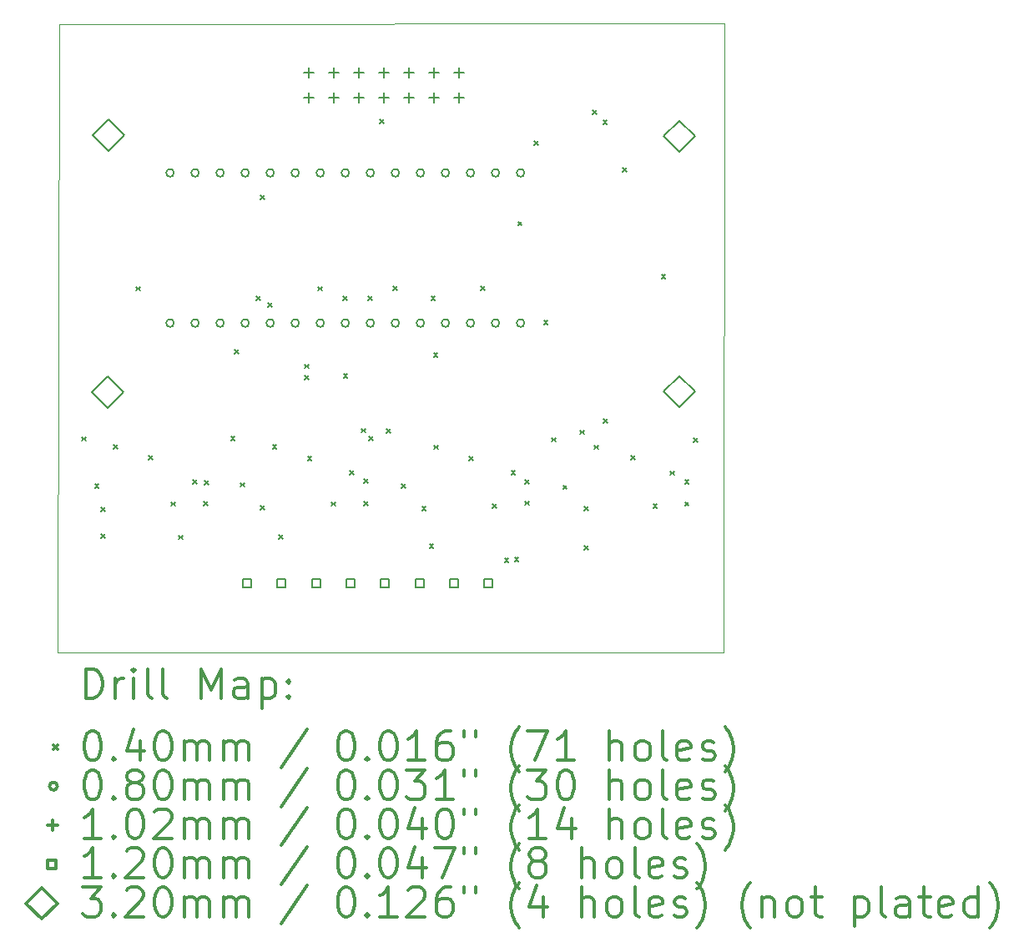
<source format=gbr>
%FSLAX45Y45*%
G04 Gerber Fmt 4.5, Leading zero omitted, Abs format (unit mm)*
G04 Created by KiCad (PCBNEW 5.99.0-unknown-c3175b4~86~ubuntu16.04.1) date 2019-12-02 17:51:51*
%MOMM*%
%LPD*%
G04 APERTURE LIST*
%ADD10C,0.050000*%
%ADD11C,0.200000*%
%ADD12C,0.300000*%
G04 APERTURE END LIST*
D10*
X11863000Y-12459000D02*
X11877000Y-6082000D01*
X18618000Y-12459000D02*
X11863000Y-12459000D01*
X18625000Y-6075000D02*
X18618000Y-12459000D01*
X11877000Y-6082000D02*
X18625000Y-6075000D01*
D11*
X12109000Y-10273000D02*
X12149000Y-10313000D01*
X12149000Y-10273000D02*
X12109000Y-10313000D01*
X12240000Y-10753000D02*
X12280000Y-10793000D01*
X12280000Y-10753000D02*
X12240000Y-10793000D01*
X12304000Y-11258000D02*
X12344000Y-11298000D01*
X12344000Y-11258000D02*
X12304000Y-11298000D01*
X12305000Y-10988000D02*
X12345000Y-11028000D01*
X12345000Y-10988000D02*
X12305000Y-11028000D01*
X12432000Y-10357000D02*
X12472000Y-10397000D01*
X12472000Y-10357000D02*
X12432000Y-10397000D01*
X12660000Y-8749000D02*
X12700000Y-8789000D01*
X12700000Y-8749000D02*
X12660000Y-8789000D01*
X12787000Y-10467000D02*
X12827000Y-10507000D01*
X12827000Y-10467000D02*
X12787000Y-10507000D01*
X13015000Y-10933000D02*
X13055000Y-10973000D01*
X13055000Y-10933000D02*
X13015000Y-10973000D01*
X13093000Y-11273000D02*
X13133000Y-11313000D01*
X13133000Y-11273000D02*
X13093000Y-11313000D01*
X13233000Y-10711000D02*
X13273000Y-10751000D01*
X13273000Y-10711000D02*
X13233000Y-10751000D01*
X13345000Y-10931000D02*
X13385000Y-10971000D01*
X13385000Y-10931000D02*
X13345000Y-10971000D01*
X13356000Y-10721000D02*
X13396000Y-10761000D01*
X13396000Y-10721000D02*
X13356000Y-10761000D01*
X13621000Y-10271000D02*
X13661000Y-10311000D01*
X13661000Y-10271000D02*
X13621000Y-10311000D01*
X13661000Y-9388000D02*
X13701000Y-9428000D01*
X13701000Y-9388000D02*
X13661000Y-9428000D01*
X13719000Y-10739000D02*
X13759000Y-10779000D01*
X13759000Y-10739000D02*
X13719000Y-10779000D01*
X13881000Y-8849000D02*
X13921000Y-8889000D01*
X13921000Y-8849000D02*
X13881000Y-8889000D01*
X13918000Y-10975000D02*
X13958000Y-11015000D01*
X13958000Y-10975000D02*
X13918000Y-11015000D01*
X13922500Y-7822500D02*
X13962500Y-7862500D01*
X13962500Y-7822500D02*
X13922500Y-7862500D01*
X13999000Y-8912000D02*
X14039000Y-8952000D01*
X14039000Y-8912000D02*
X13999000Y-8952000D01*
X14043000Y-10357000D02*
X14083000Y-10397000D01*
X14083000Y-10357000D02*
X14043000Y-10397000D01*
X14110000Y-11267000D02*
X14150000Y-11307000D01*
X14150000Y-11267000D02*
X14110000Y-11307000D01*
X14367000Y-9537000D02*
X14407000Y-9577000D01*
X14407000Y-9537000D02*
X14367000Y-9577000D01*
X14369000Y-9649000D02*
X14409000Y-9689000D01*
X14409000Y-9649000D02*
X14369000Y-9689000D01*
X14399000Y-10472000D02*
X14439000Y-10512000D01*
X14439000Y-10472000D02*
X14399000Y-10512000D01*
X14507000Y-8749000D02*
X14547000Y-8789000D01*
X14547000Y-8749000D02*
X14507000Y-8789000D01*
X14638000Y-10933000D02*
X14678000Y-10973000D01*
X14678000Y-10933000D02*
X14638000Y-10973000D01*
X14761000Y-8849000D02*
X14801000Y-8889000D01*
X14801000Y-8849000D02*
X14761000Y-8889000D01*
X14762800Y-9632000D02*
X14802800Y-9672000D01*
X14802800Y-9632000D02*
X14762800Y-9672000D01*
X14825000Y-10617000D02*
X14865000Y-10657000D01*
X14865000Y-10617000D02*
X14825000Y-10657000D01*
X14943000Y-10189000D02*
X14983000Y-10229000D01*
X14983000Y-10189000D02*
X14943000Y-10229000D01*
X14968000Y-10704000D02*
X15008000Y-10744000D01*
X15008000Y-10704000D02*
X14968000Y-10744000D01*
X14970000Y-10927000D02*
X15010000Y-10967000D01*
X15010000Y-10927000D02*
X14970000Y-10967000D01*
X15015000Y-8847000D02*
X15055000Y-8887000D01*
X15055000Y-8847000D02*
X15015000Y-8887000D01*
X15019000Y-10268000D02*
X15059000Y-10308000D01*
X15059000Y-10268000D02*
X15019000Y-10308000D01*
X15132000Y-7054000D02*
X15172000Y-7094000D01*
X15172000Y-7054000D02*
X15132000Y-7094000D01*
X15201000Y-10192000D02*
X15241000Y-10232000D01*
X15241000Y-10192000D02*
X15201000Y-10232000D01*
X15269000Y-8747000D02*
X15309000Y-8787000D01*
X15309000Y-8747000D02*
X15269000Y-8787000D01*
X15354000Y-10753000D02*
X15394000Y-10793000D01*
X15394000Y-10753000D02*
X15354000Y-10793000D01*
X15559000Y-10982000D02*
X15599000Y-11022000D01*
X15599000Y-10982000D02*
X15559000Y-11022000D01*
X15636000Y-11361000D02*
X15676000Y-11401000D01*
X15676000Y-11361000D02*
X15636000Y-11401000D01*
X15652000Y-8848000D02*
X15692000Y-8888000D01*
X15692000Y-8848000D02*
X15652000Y-8888000D01*
X15677000Y-9420000D02*
X15717000Y-9460000D01*
X15717000Y-9420000D02*
X15677000Y-9460000D01*
X15684000Y-10358000D02*
X15724000Y-10398000D01*
X15724000Y-10358000D02*
X15684000Y-10398000D01*
X16039000Y-10473000D02*
X16079000Y-10513000D01*
X16079000Y-10473000D02*
X16039000Y-10513000D01*
X16158000Y-8747000D02*
X16198000Y-8787000D01*
X16198000Y-8747000D02*
X16158000Y-8787000D01*
X16274000Y-10954000D02*
X16314000Y-10994000D01*
X16314000Y-10954000D02*
X16274000Y-10994000D01*
X16398000Y-11506000D02*
X16438000Y-11546000D01*
X16438000Y-11506000D02*
X16398000Y-11546000D01*
X16464000Y-10616000D02*
X16504000Y-10656000D01*
X16504000Y-10616000D02*
X16464000Y-10656000D01*
X16498000Y-11500000D02*
X16538000Y-11540000D01*
X16538000Y-11500000D02*
X16498000Y-11540000D01*
X16532500Y-8090000D02*
X16572500Y-8130000D01*
X16572500Y-8090000D02*
X16532500Y-8130000D01*
X16603000Y-10926000D02*
X16643000Y-10966000D01*
X16643000Y-10926000D02*
X16603000Y-10966000D01*
X16605000Y-10708000D02*
X16645000Y-10748000D01*
X16645000Y-10708000D02*
X16605000Y-10748000D01*
X16695000Y-7270000D02*
X16735000Y-7310000D01*
X16735000Y-7270000D02*
X16695000Y-7310000D01*
X16796000Y-9092000D02*
X16836000Y-9132000D01*
X16836000Y-9092000D02*
X16796000Y-9132000D01*
X16878000Y-10282000D02*
X16918000Y-10322000D01*
X16918000Y-10282000D02*
X16878000Y-10322000D01*
X16990000Y-10764000D02*
X17030000Y-10804000D01*
X17030000Y-10764000D02*
X16990000Y-10804000D01*
X17161000Y-10205000D02*
X17201000Y-10245000D01*
X17201000Y-10205000D02*
X17161000Y-10245000D01*
X17205000Y-10981000D02*
X17245000Y-11021000D01*
X17245000Y-10981000D02*
X17205000Y-11021000D01*
X17208000Y-11379000D02*
X17248000Y-11419000D01*
X17248000Y-11379000D02*
X17208000Y-11419000D01*
X17293000Y-6959000D02*
X17333000Y-6999000D01*
X17333000Y-6959000D02*
X17293000Y-6999000D01*
X17310000Y-10358000D02*
X17350000Y-10398000D01*
X17350000Y-10358000D02*
X17310000Y-10398000D01*
X17396000Y-7060000D02*
X17436000Y-7100000D01*
X17436000Y-7060000D02*
X17396000Y-7100000D01*
X17402000Y-10089000D02*
X17442000Y-10129000D01*
X17442000Y-10089000D02*
X17402000Y-10129000D01*
X17592500Y-7540500D02*
X17632500Y-7580500D01*
X17632500Y-7540500D02*
X17592500Y-7580500D01*
X17677000Y-10462000D02*
X17717000Y-10502000D01*
X17717000Y-10462000D02*
X17677000Y-10502000D01*
X17904000Y-10954000D02*
X17944000Y-10994000D01*
X17944000Y-10954000D02*
X17904000Y-10994000D01*
X17990000Y-8624000D02*
X18030000Y-8664000D01*
X18030000Y-8624000D02*
X17990000Y-8664000D01*
X18077000Y-10620000D02*
X18117000Y-10660000D01*
X18117000Y-10620000D02*
X18077000Y-10660000D01*
X18225000Y-10712000D02*
X18265000Y-10752000D01*
X18265000Y-10712000D02*
X18225000Y-10752000D01*
X18226000Y-10935000D02*
X18266000Y-10975000D01*
X18266000Y-10935000D02*
X18226000Y-10975000D01*
X18315000Y-10286000D02*
X18355000Y-10326000D01*
X18355000Y-10286000D02*
X18315000Y-10326000D01*
X13043000Y-7594000D02*
G75*
G03X13043000Y-7594000I-40000J0D01*
G01*
X13043000Y-9118000D02*
G75*
G03X13043000Y-9118000I-40000J0D01*
G01*
X13297000Y-7594000D02*
G75*
G03X13297000Y-7594000I-40000J0D01*
G01*
X13297000Y-9118000D02*
G75*
G03X13297000Y-9118000I-40000J0D01*
G01*
X13551000Y-7594000D02*
G75*
G03X13551000Y-7594000I-40000J0D01*
G01*
X13551000Y-9118000D02*
G75*
G03X13551000Y-9118000I-40000J0D01*
G01*
X13805000Y-7594000D02*
G75*
G03X13805000Y-7594000I-40000J0D01*
G01*
X13805000Y-9118000D02*
G75*
G03X13805000Y-9118000I-40000J0D01*
G01*
X14059000Y-7594000D02*
G75*
G03X14059000Y-7594000I-40000J0D01*
G01*
X14059000Y-9118000D02*
G75*
G03X14059000Y-9118000I-40000J0D01*
G01*
X14313000Y-7594000D02*
G75*
G03X14313000Y-7594000I-40000J0D01*
G01*
X14313000Y-9118000D02*
G75*
G03X14313000Y-9118000I-40000J0D01*
G01*
X14567000Y-7594000D02*
G75*
G03X14567000Y-7594000I-40000J0D01*
G01*
X14567000Y-9118000D02*
G75*
G03X14567000Y-9118000I-40000J0D01*
G01*
X14821000Y-7594000D02*
G75*
G03X14821000Y-7594000I-40000J0D01*
G01*
X14821000Y-9118000D02*
G75*
G03X14821000Y-9118000I-40000J0D01*
G01*
X15075000Y-7594000D02*
G75*
G03X15075000Y-7594000I-40000J0D01*
G01*
X15075000Y-9118000D02*
G75*
G03X15075000Y-9118000I-40000J0D01*
G01*
X15329000Y-7594000D02*
G75*
G03X15329000Y-7594000I-40000J0D01*
G01*
X15329000Y-9118000D02*
G75*
G03X15329000Y-9118000I-40000J0D01*
G01*
X15583000Y-7594000D02*
G75*
G03X15583000Y-7594000I-40000J0D01*
G01*
X15583000Y-9118000D02*
G75*
G03X15583000Y-9118000I-40000J0D01*
G01*
X15837000Y-7594000D02*
G75*
G03X15837000Y-7594000I-40000J0D01*
G01*
X15837000Y-9118000D02*
G75*
G03X15837000Y-9118000I-40000J0D01*
G01*
X16091000Y-7594000D02*
G75*
G03X16091000Y-7594000I-40000J0D01*
G01*
X16091000Y-9118000D02*
G75*
G03X16091000Y-9118000I-40000J0D01*
G01*
X16345000Y-7594000D02*
G75*
G03X16345000Y-7594000I-40000J0D01*
G01*
X16345000Y-9118000D02*
G75*
G03X16345000Y-9118000I-40000J0D01*
G01*
X16599000Y-7594000D02*
G75*
G03X16599000Y-7594000I-40000J0D01*
G01*
X16599000Y-9118000D02*
G75*
G03X16599000Y-9118000I-40000J0D01*
G01*
X14408000Y-6526200D02*
X14408000Y-6627800D01*
X14357200Y-6577000D02*
X14458800Y-6577000D01*
X14408000Y-6780200D02*
X14408000Y-6881800D01*
X14357200Y-6831000D02*
X14458800Y-6831000D01*
X14662000Y-6526200D02*
X14662000Y-6627800D01*
X14611200Y-6577000D02*
X14712800Y-6577000D01*
X14662000Y-6780200D02*
X14662000Y-6881800D01*
X14611200Y-6831000D02*
X14712800Y-6831000D01*
X14916000Y-6526200D02*
X14916000Y-6627800D01*
X14865200Y-6577000D02*
X14966800Y-6577000D01*
X14916000Y-6780200D02*
X14916000Y-6881800D01*
X14865200Y-6831000D02*
X14966800Y-6831000D01*
X15170000Y-6526200D02*
X15170000Y-6627800D01*
X15119200Y-6577000D02*
X15220800Y-6577000D01*
X15170000Y-6780200D02*
X15170000Y-6881800D01*
X15119200Y-6831000D02*
X15220800Y-6831000D01*
X15424000Y-6526200D02*
X15424000Y-6627800D01*
X15373200Y-6577000D02*
X15474800Y-6577000D01*
X15424000Y-6780200D02*
X15424000Y-6881800D01*
X15373200Y-6831000D02*
X15474800Y-6831000D01*
X15678000Y-6526200D02*
X15678000Y-6627800D01*
X15627200Y-6577000D02*
X15728800Y-6577000D01*
X15678000Y-6780200D02*
X15678000Y-6881800D01*
X15627200Y-6831000D02*
X15728800Y-6831000D01*
X15932000Y-6526200D02*
X15932000Y-6627800D01*
X15881200Y-6577000D02*
X15982800Y-6577000D01*
X15932000Y-6780200D02*
X15932000Y-6881800D01*
X15881200Y-6831000D02*
X15982800Y-6831000D01*
X13826427Y-11804427D02*
X13826427Y-11719573D01*
X13741573Y-11719573D01*
X13741573Y-11804427D01*
X13826427Y-11804427D01*
X14176427Y-11804427D02*
X14176427Y-11719573D01*
X14091573Y-11719573D01*
X14091573Y-11804427D01*
X14176427Y-11804427D01*
X14526427Y-11804427D02*
X14526427Y-11719573D01*
X14441573Y-11719573D01*
X14441573Y-11804427D01*
X14526427Y-11804427D01*
X14876427Y-11804427D02*
X14876427Y-11719573D01*
X14791573Y-11719573D01*
X14791573Y-11804427D01*
X14876427Y-11804427D01*
X15226427Y-11804427D02*
X15226427Y-11719573D01*
X15141573Y-11719573D01*
X15141573Y-11804427D01*
X15226427Y-11804427D01*
X15576427Y-11804427D02*
X15576427Y-11719573D01*
X15491573Y-11719573D01*
X15491573Y-11804427D01*
X15576427Y-11804427D01*
X15926427Y-11804427D02*
X15926427Y-11719573D01*
X15841573Y-11719573D01*
X15841573Y-11804427D01*
X15926427Y-11804427D01*
X16276427Y-11804427D02*
X16276427Y-11719573D01*
X16191573Y-11719573D01*
X16191573Y-11804427D01*
X16276427Y-11804427D01*
X18167000Y-7384000D02*
X18327000Y-7224000D01*
X18167000Y-7064000D01*
X18007000Y-7224000D01*
X18167000Y-7384000D01*
X12380000Y-7371000D02*
X12540000Y-7211000D01*
X12380000Y-7051000D01*
X12220000Y-7211000D01*
X12380000Y-7371000D01*
X12367000Y-9981000D02*
X12527000Y-9821000D01*
X12367000Y-9661000D01*
X12207000Y-9821000D01*
X12367000Y-9981000D01*
X18167000Y-9975000D02*
X18327000Y-9815000D01*
X18167000Y-9655000D01*
X18007000Y-9815000D01*
X18167000Y-9975000D01*
D12*
X12146928Y-12927214D02*
X12146928Y-12627214D01*
X12218357Y-12627214D01*
X12261214Y-12641500D01*
X12289786Y-12670071D01*
X12304071Y-12698643D01*
X12318357Y-12755786D01*
X12318357Y-12798643D01*
X12304071Y-12855786D01*
X12289786Y-12884357D01*
X12261214Y-12912929D01*
X12218357Y-12927214D01*
X12146928Y-12927214D01*
X12446928Y-12927214D02*
X12446928Y-12727214D01*
X12446928Y-12784357D02*
X12461214Y-12755786D01*
X12475500Y-12741500D01*
X12504071Y-12727214D01*
X12532643Y-12727214D01*
X12632643Y-12927214D02*
X12632643Y-12727214D01*
X12632643Y-12627214D02*
X12618357Y-12641500D01*
X12632643Y-12655786D01*
X12646928Y-12641500D01*
X12632643Y-12627214D01*
X12632643Y-12655786D01*
X12818357Y-12927214D02*
X12789786Y-12912929D01*
X12775500Y-12884357D01*
X12775500Y-12627214D01*
X12975500Y-12927214D02*
X12946928Y-12912929D01*
X12932643Y-12884357D01*
X12932643Y-12627214D01*
X13318357Y-12927214D02*
X13318357Y-12627214D01*
X13418357Y-12841500D01*
X13518357Y-12627214D01*
X13518357Y-12927214D01*
X13789786Y-12927214D02*
X13789786Y-12770071D01*
X13775500Y-12741500D01*
X13746928Y-12727214D01*
X13689786Y-12727214D01*
X13661214Y-12741500D01*
X13789786Y-12912929D02*
X13761214Y-12927214D01*
X13689786Y-12927214D01*
X13661214Y-12912929D01*
X13646928Y-12884357D01*
X13646928Y-12855786D01*
X13661214Y-12827214D01*
X13689786Y-12812929D01*
X13761214Y-12812929D01*
X13789786Y-12798643D01*
X13932643Y-12727214D02*
X13932643Y-13027214D01*
X13932643Y-12741500D02*
X13961214Y-12727214D01*
X14018357Y-12727214D01*
X14046928Y-12741500D01*
X14061214Y-12755786D01*
X14075500Y-12784357D01*
X14075500Y-12870071D01*
X14061214Y-12898643D01*
X14046928Y-12912929D01*
X14018357Y-12927214D01*
X13961214Y-12927214D01*
X13932643Y-12912929D01*
X14204071Y-12898643D02*
X14218357Y-12912929D01*
X14204071Y-12927214D01*
X14189786Y-12912929D01*
X14204071Y-12898643D01*
X14204071Y-12927214D01*
X14204071Y-12741500D02*
X14218357Y-12755786D01*
X14204071Y-12770071D01*
X14189786Y-12755786D01*
X14204071Y-12741500D01*
X14204071Y-12770071D01*
X11820500Y-13401500D02*
X11860500Y-13441500D01*
X11860500Y-13401500D02*
X11820500Y-13441500D01*
X12204071Y-13257214D02*
X12232643Y-13257214D01*
X12261214Y-13271500D01*
X12275500Y-13285786D01*
X12289786Y-13314357D01*
X12304071Y-13371500D01*
X12304071Y-13442929D01*
X12289786Y-13500071D01*
X12275500Y-13528643D01*
X12261214Y-13542929D01*
X12232643Y-13557214D01*
X12204071Y-13557214D01*
X12175500Y-13542929D01*
X12161214Y-13528643D01*
X12146928Y-13500071D01*
X12132643Y-13442929D01*
X12132643Y-13371500D01*
X12146928Y-13314357D01*
X12161214Y-13285786D01*
X12175500Y-13271500D01*
X12204071Y-13257214D01*
X12432643Y-13528643D02*
X12446928Y-13542929D01*
X12432643Y-13557214D01*
X12418357Y-13542929D01*
X12432643Y-13528643D01*
X12432643Y-13557214D01*
X12704071Y-13357214D02*
X12704071Y-13557214D01*
X12632643Y-13242929D02*
X12561214Y-13457214D01*
X12746928Y-13457214D01*
X12918357Y-13257214D02*
X12946928Y-13257214D01*
X12975500Y-13271500D01*
X12989786Y-13285786D01*
X13004071Y-13314357D01*
X13018357Y-13371500D01*
X13018357Y-13442929D01*
X13004071Y-13500071D01*
X12989786Y-13528643D01*
X12975500Y-13542929D01*
X12946928Y-13557214D01*
X12918357Y-13557214D01*
X12889786Y-13542929D01*
X12875500Y-13528643D01*
X12861214Y-13500071D01*
X12846928Y-13442929D01*
X12846928Y-13371500D01*
X12861214Y-13314357D01*
X12875500Y-13285786D01*
X12889786Y-13271500D01*
X12918357Y-13257214D01*
X13146928Y-13557214D02*
X13146928Y-13357214D01*
X13146928Y-13385786D02*
X13161214Y-13371500D01*
X13189786Y-13357214D01*
X13232643Y-13357214D01*
X13261214Y-13371500D01*
X13275500Y-13400071D01*
X13275500Y-13557214D01*
X13275500Y-13400071D02*
X13289786Y-13371500D01*
X13318357Y-13357214D01*
X13361214Y-13357214D01*
X13389786Y-13371500D01*
X13404071Y-13400071D01*
X13404071Y-13557214D01*
X13546928Y-13557214D02*
X13546928Y-13357214D01*
X13546928Y-13385786D02*
X13561214Y-13371500D01*
X13589786Y-13357214D01*
X13632643Y-13357214D01*
X13661214Y-13371500D01*
X13675500Y-13400071D01*
X13675500Y-13557214D01*
X13675500Y-13400071D02*
X13689786Y-13371500D01*
X13718357Y-13357214D01*
X13761214Y-13357214D01*
X13789786Y-13371500D01*
X13804071Y-13400071D01*
X13804071Y-13557214D01*
X14389786Y-13242929D02*
X14132643Y-13628643D01*
X14775500Y-13257214D02*
X14804071Y-13257214D01*
X14832643Y-13271500D01*
X14846928Y-13285786D01*
X14861214Y-13314357D01*
X14875500Y-13371500D01*
X14875500Y-13442929D01*
X14861214Y-13500071D01*
X14846928Y-13528643D01*
X14832643Y-13542929D01*
X14804071Y-13557214D01*
X14775500Y-13557214D01*
X14746928Y-13542929D01*
X14732643Y-13528643D01*
X14718357Y-13500071D01*
X14704071Y-13442929D01*
X14704071Y-13371500D01*
X14718357Y-13314357D01*
X14732643Y-13285786D01*
X14746928Y-13271500D01*
X14775500Y-13257214D01*
X15004071Y-13528643D02*
X15018357Y-13542929D01*
X15004071Y-13557214D01*
X14989786Y-13542929D01*
X15004071Y-13528643D01*
X15004071Y-13557214D01*
X15204071Y-13257214D02*
X15232643Y-13257214D01*
X15261214Y-13271500D01*
X15275500Y-13285786D01*
X15289786Y-13314357D01*
X15304071Y-13371500D01*
X15304071Y-13442929D01*
X15289786Y-13500071D01*
X15275500Y-13528643D01*
X15261214Y-13542929D01*
X15232643Y-13557214D01*
X15204071Y-13557214D01*
X15175500Y-13542929D01*
X15161214Y-13528643D01*
X15146928Y-13500071D01*
X15132643Y-13442929D01*
X15132643Y-13371500D01*
X15146928Y-13314357D01*
X15161214Y-13285786D01*
X15175500Y-13271500D01*
X15204071Y-13257214D01*
X15589786Y-13557214D02*
X15418357Y-13557214D01*
X15504071Y-13557214D02*
X15504071Y-13257214D01*
X15475500Y-13300071D01*
X15446928Y-13328643D01*
X15418357Y-13342929D01*
X15846928Y-13257214D02*
X15789786Y-13257214D01*
X15761214Y-13271500D01*
X15746928Y-13285786D01*
X15718357Y-13328643D01*
X15704071Y-13385786D01*
X15704071Y-13500071D01*
X15718357Y-13528643D01*
X15732643Y-13542929D01*
X15761214Y-13557214D01*
X15818357Y-13557214D01*
X15846928Y-13542929D01*
X15861214Y-13528643D01*
X15875500Y-13500071D01*
X15875500Y-13428643D01*
X15861214Y-13400071D01*
X15846928Y-13385786D01*
X15818357Y-13371500D01*
X15761214Y-13371500D01*
X15732643Y-13385786D01*
X15718357Y-13400071D01*
X15704071Y-13428643D01*
X15989786Y-13257214D02*
X15989786Y-13314357D01*
X16104071Y-13257214D02*
X16104071Y-13314357D01*
X16546928Y-13671500D02*
X16532643Y-13657214D01*
X16504071Y-13614357D01*
X16489786Y-13585786D01*
X16475500Y-13542929D01*
X16461214Y-13471500D01*
X16461214Y-13414357D01*
X16475500Y-13342929D01*
X16489786Y-13300071D01*
X16504071Y-13271500D01*
X16532643Y-13228643D01*
X16546928Y-13214357D01*
X16632643Y-13257214D02*
X16832643Y-13257214D01*
X16704071Y-13557214D01*
X17104071Y-13557214D02*
X16932643Y-13557214D01*
X17018357Y-13557214D02*
X17018357Y-13257214D01*
X16989786Y-13300071D01*
X16961214Y-13328643D01*
X16932643Y-13342929D01*
X17461214Y-13557214D02*
X17461214Y-13257214D01*
X17589786Y-13557214D02*
X17589786Y-13400071D01*
X17575500Y-13371500D01*
X17546928Y-13357214D01*
X17504071Y-13357214D01*
X17475500Y-13371500D01*
X17461214Y-13385786D01*
X17775500Y-13557214D02*
X17746928Y-13542929D01*
X17732643Y-13528643D01*
X17718357Y-13500071D01*
X17718357Y-13414357D01*
X17732643Y-13385786D01*
X17746928Y-13371500D01*
X17775500Y-13357214D01*
X17818357Y-13357214D01*
X17846928Y-13371500D01*
X17861214Y-13385786D01*
X17875500Y-13414357D01*
X17875500Y-13500071D01*
X17861214Y-13528643D01*
X17846928Y-13542929D01*
X17818357Y-13557214D01*
X17775500Y-13557214D01*
X18046928Y-13557214D02*
X18018357Y-13542929D01*
X18004071Y-13514357D01*
X18004071Y-13257214D01*
X18275500Y-13542929D02*
X18246928Y-13557214D01*
X18189786Y-13557214D01*
X18161214Y-13542929D01*
X18146928Y-13514357D01*
X18146928Y-13400071D01*
X18161214Y-13371500D01*
X18189786Y-13357214D01*
X18246928Y-13357214D01*
X18275500Y-13371500D01*
X18289786Y-13400071D01*
X18289786Y-13428643D01*
X18146928Y-13457214D01*
X18404071Y-13542929D02*
X18432643Y-13557214D01*
X18489786Y-13557214D01*
X18518357Y-13542929D01*
X18532643Y-13514357D01*
X18532643Y-13500071D01*
X18518357Y-13471500D01*
X18489786Y-13457214D01*
X18446928Y-13457214D01*
X18418357Y-13442929D01*
X18404071Y-13414357D01*
X18404071Y-13400071D01*
X18418357Y-13371500D01*
X18446928Y-13357214D01*
X18489786Y-13357214D01*
X18518357Y-13371500D01*
X18632643Y-13671500D02*
X18646928Y-13657214D01*
X18675500Y-13614357D01*
X18689786Y-13585786D01*
X18704071Y-13542929D01*
X18718357Y-13471500D01*
X18718357Y-13414357D01*
X18704071Y-13342929D01*
X18689786Y-13300071D01*
X18675500Y-13271500D01*
X18646928Y-13228643D01*
X18632643Y-13214357D01*
X11860500Y-13817500D02*
G75*
G03X11860500Y-13817500I-40000J0D01*
G01*
X12204071Y-13653214D02*
X12232643Y-13653214D01*
X12261214Y-13667500D01*
X12275500Y-13681786D01*
X12289786Y-13710357D01*
X12304071Y-13767500D01*
X12304071Y-13838929D01*
X12289786Y-13896071D01*
X12275500Y-13924643D01*
X12261214Y-13938929D01*
X12232643Y-13953214D01*
X12204071Y-13953214D01*
X12175500Y-13938929D01*
X12161214Y-13924643D01*
X12146928Y-13896071D01*
X12132643Y-13838929D01*
X12132643Y-13767500D01*
X12146928Y-13710357D01*
X12161214Y-13681786D01*
X12175500Y-13667500D01*
X12204071Y-13653214D01*
X12432643Y-13924643D02*
X12446928Y-13938929D01*
X12432643Y-13953214D01*
X12418357Y-13938929D01*
X12432643Y-13924643D01*
X12432643Y-13953214D01*
X12618357Y-13781786D02*
X12589786Y-13767500D01*
X12575500Y-13753214D01*
X12561214Y-13724643D01*
X12561214Y-13710357D01*
X12575500Y-13681786D01*
X12589786Y-13667500D01*
X12618357Y-13653214D01*
X12675500Y-13653214D01*
X12704071Y-13667500D01*
X12718357Y-13681786D01*
X12732643Y-13710357D01*
X12732643Y-13724643D01*
X12718357Y-13753214D01*
X12704071Y-13767500D01*
X12675500Y-13781786D01*
X12618357Y-13781786D01*
X12589786Y-13796071D01*
X12575500Y-13810357D01*
X12561214Y-13838929D01*
X12561214Y-13896071D01*
X12575500Y-13924643D01*
X12589786Y-13938929D01*
X12618357Y-13953214D01*
X12675500Y-13953214D01*
X12704071Y-13938929D01*
X12718357Y-13924643D01*
X12732643Y-13896071D01*
X12732643Y-13838929D01*
X12718357Y-13810357D01*
X12704071Y-13796071D01*
X12675500Y-13781786D01*
X12918357Y-13653214D02*
X12946928Y-13653214D01*
X12975500Y-13667500D01*
X12989786Y-13681786D01*
X13004071Y-13710357D01*
X13018357Y-13767500D01*
X13018357Y-13838929D01*
X13004071Y-13896071D01*
X12989786Y-13924643D01*
X12975500Y-13938929D01*
X12946928Y-13953214D01*
X12918357Y-13953214D01*
X12889786Y-13938929D01*
X12875500Y-13924643D01*
X12861214Y-13896071D01*
X12846928Y-13838929D01*
X12846928Y-13767500D01*
X12861214Y-13710357D01*
X12875500Y-13681786D01*
X12889786Y-13667500D01*
X12918357Y-13653214D01*
X13146928Y-13953214D02*
X13146928Y-13753214D01*
X13146928Y-13781786D02*
X13161214Y-13767500D01*
X13189786Y-13753214D01*
X13232643Y-13753214D01*
X13261214Y-13767500D01*
X13275500Y-13796071D01*
X13275500Y-13953214D01*
X13275500Y-13796071D02*
X13289786Y-13767500D01*
X13318357Y-13753214D01*
X13361214Y-13753214D01*
X13389786Y-13767500D01*
X13404071Y-13796071D01*
X13404071Y-13953214D01*
X13546928Y-13953214D02*
X13546928Y-13753214D01*
X13546928Y-13781786D02*
X13561214Y-13767500D01*
X13589786Y-13753214D01*
X13632643Y-13753214D01*
X13661214Y-13767500D01*
X13675500Y-13796071D01*
X13675500Y-13953214D01*
X13675500Y-13796071D02*
X13689786Y-13767500D01*
X13718357Y-13753214D01*
X13761214Y-13753214D01*
X13789786Y-13767500D01*
X13804071Y-13796071D01*
X13804071Y-13953214D01*
X14389786Y-13638929D02*
X14132643Y-14024643D01*
X14775500Y-13653214D02*
X14804071Y-13653214D01*
X14832643Y-13667500D01*
X14846928Y-13681786D01*
X14861214Y-13710357D01*
X14875500Y-13767500D01*
X14875500Y-13838929D01*
X14861214Y-13896071D01*
X14846928Y-13924643D01*
X14832643Y-13938929D01*
X14804071Y-13953214D01*
X14775500Y-13953214D01*
X14746928Y-13938929D01*
X14732643Y-13924643D01*
X14718357Y-13896071D01*
X14704071Y-13838929D01*
X14704071Y-13767500D01*
X14718357Y-13710357D01*
X14732643Y-13681786D01*
X14746928Y-13667500D01*
X14775500Y-13653214D01*
X15004071Y-13924643D02*
X15018357Y-13938929D01*
X15004071Y-13953214D01*
X14989786Y-13938929D01*
X15004071Y-13924643D01*
X15004071Y-13953214D01*
X15204071Y-13653214D02*
X15232643Y-13653214D01*
X15261214Y-13667500D01*
X15275500Y-13681786D01*
X15289786Y-13710357D01*
X15304071Y-13767500D01*
X15304071Y-13838929D01*
X15289786Y-13896071D01*
X15275500Y-13924643D01*
X15261214Y-13938929D01*
X15232643Y-13953214D01*
X15204071Y-13953214D01*
X15175500Y-13938929D01*
X15161214Y-13924643D01*
X15146928Y-13896071D01*
X15132643Y-13838929D01*
X15132643Y-13767500D01*
X15146928Y-13710357D01*
X15161214Y-13681786D01*
X15175500Y-13667500D01*
X15204071Y-13653214D01*
X15404071Y-13653214D02*
X15589786Y-13653214D01*
X15489786Y-13767500D01*
X15532643Y-13767500D01*
X15561214Y-13781786D01*
X15575500Y-13796071D01*
X15589786Y-13824643D01*
X15589786Y-13896071D01*
X15575500Y-13924643D01*
X15561214Y-13938929D01*
X15532643Y-13953214D01*
X15446928Y-13953214D01*
X15418357Y-13938929D01*
X15404071Y-13924643D01*
X15875500Y-13953214D02*
X15704071Y-13953214D01*
X15789786Y-13953214D02*
X15789786Y-13653214D01*
X15761214Y-13696071D01*
X15732643Y-13724643D01*
X15704071Y-13738929D01*
X15989786Y-13653214D02*
X15989786Y-13710357D01*
X16104071Y-13653214D02*
X16104071Y-13710357D01*
X16546928Y-14067500D02*
X16532643Y-14053214D01*
X16504071Y-14010357D01*
X16489786Y-13981786D01*
X16475500Y-13938929D01*
X16461214Y-13867500D01*
X16461214Y-13810357D01*
X16475500Y-13738929D01*
X16489786Y-13696071D01*
X16504071Y-13667500D01*
X16532643Y-13624643D01*
X16546928Y-13610357D01*
X16632643Y-13653214D02*
X16818357Y-13653214D01*
X16718357Y-13767500D01*
X16761214Y-13767500D01*
X16789786Y-13781786D01*
X16804071Y-13796071D01*
X16818357Y-13824643D01*
X16818357Y-13896071D01*
X16804071Y-13924643D01*
X16789786Y-13938929D01*
X16761214Y-13953214D01*
X16675500Y-13953214D01*
X16646928Y-13938929D01*
X16632643Y-13924643D01*
X17004071Y-13653214D02*
X17032643Y-13653214D01*
X17061214Y-13667500D01*
X17075500Y-13681786D01*
X17089786Y-13710357D01*
X17104071Y-13767500D01*
X17104071Y-13838929D01*
X17089786Y-13896071D01*
X17075500Y-13924643D01*
X17061214Y-13938929D01*
X17032643Y-13953214D01*
X17004071Y-13953214D01*
X16975500Y-13938929D01*
X16961214Y-13924643D01*
X16946928Y-13896071D01*
X16932643Y-13838929D01*
X16932643Y-13767500D01*
X16946928Y-13710357D01*
X16961214Y-13681786D01*
X16975500Y-13667500D01*
X17004071Y-13653214D01*
X17461214Y-13953214D02*
X17461214Y-13653214D01*
X17589786Y-13953214D02*
X17589786Y-13796071D01*
X17575500Y-13767500D01*
X17546928Y-13753214D01*
X17504071Y-13753214D01*
X17475500Y-13767500D01*
X17461214Y-13781786D01*
X17775500Y-13953214D02*
X17746928Y-13938929D01*
X17732643Y-13924643D01*
X17718357Y-13896071D01*
X17718357Y-13810357D01*
X17732643Y-13781786D01*
X17746928Y-13767500D01*
X17775500Y-13753214D01*
X17818357Y-13753214D01*
X17846928Y-13767500D01*
X17861214Y-13781786D01*
X17875500Y-13810357D01*
X17875500Y-13896071D01*
X17861214Y-13924643D01*
X17846928Y-13938929D01*
X17818357Y-13953214D01*
X17775500Y-13953214D01*
X18046928Y-13953214D02*
X18018357Y-13938929D01*
X18004071Y-13910357D01*
X18004071Y-13653214D01*
X18275500Y-13938929D02*
X18246928Y-13953214D01*
X18189786Y-13953214D01*
X18161214Y-13938929D01*
X18146928Y-13910357D01*
X18146928Y-13796071D01*
X18161214Y-13767500D01*
X18189786Y-13753214D01*
X18246928Y-13753214D01*
X18275500Y-13767500D01*
X18289786Y-13796071D01*
X18289786Y-13824643D01*
X18146928Y-13853214D01*
X18404071Y-13938929D02*
X18432643Y-13953214D01*
X18489786Y-13953214D01*
X18518357Y-13938929D01*
X18532643Y-13910357D01*
X18532643Y-13896071D01*
X18518357Y-13867500D01*
X18489786Y-13853214D01*
X18446928Y-13853214D01*
X18418357Y-13838929D01*
X18404071Y-13810357D01*
X18404071Y-13796071D01*
X18418357Y-13767500D01*
X18446928Y-13753214D01*
X18489786Y-13753214D01*
X18518357Y-13767500D01*
X18632643Y-14067500D02*
X18646928Y-14053214D01*
X18675500Y-14010357D01*
X18689786Y-13981786D01*
X18704071Y-13938929D01*
X18718357Y-13867500D01*
X18718357Y-13810357D01*
X18704071Y-13738929D01*
X18689786Y-13696071D01*
X18675500Y-13667500D01*
X18646928Y-13624643D01*
X18632643Y-13610357D01*
X11809700Y-14162700D02*
X11809700Y-14264300D01*
X11758900Y-14213500D02*
X11860500Y-14213500D01*
X12304071Y-14349214D02*
X12132643Y-14349214D01*
X12218357Y-14349214D02*
X12218357Y-14049214D01*
X12189786Y-14092071D01*
X12161214Y-14120643D01*
X12132643Y-14134929D01*
X12432643Y-14320643D02*
X12446928Y-14334929D01*
X12432643Y-14349214D01*
X12418357Y-14334929D01*
X12432643Y-14320643D01*
X12432643Y-14349214D01*
X12632643Y-14049214D02*
X12661214Y-14049214D01*
X12689786Y-14063500D01*
X12704071Y-14077786D01*
X12718357Y-14106357D01*
X12732643Y-14163500D01*
X12732643Y-14234929D01*
X12718357Y-14292071D01*
X12704071Y-14320643D01*
X12689786Y-14334929D01*
X12661214Y-14349214D01*
X12632643Y-14349214D01*
X12604071Y-14334929D01*
X12589786Y-14320643D01*
X12575500Y-14292071D01*
X12561214Y-14234929D01*
X12561214Y-14163500D01*
X12575500Y-14106357D01*
X12589786Y-14077786D01*
X12604071Y-14063500D01*
X12632643Y-14049214D01*
X12846928Y-14077786D02*
X12861214Y-14063500D01*
X12889786Y-14049214D01*
X12961214Y-14049214D01*
X12989786Y-14063500D01*
X13004071Y-14077786D01*
X13018357Y-14106357D01*
X13018357Y-14134929D01*
X13004071Y-14177786D01*
X12832643Y-14349214D01*
X13018357Y-14349214D01*
X13146928Y-14349214D02*
X13146928Y-14149214D01*
X13146928Y-14177786D02*
X13161214Y-14163500D01*
X13189786Y-14149214D01*
X13232643Y-14149214D01*
X13261214Y-14163500D01*
X13275500Y-14192071D01*
X13275500Y-14349214D01*
X13275500Y-14192071D02*
X13289786Y-14163500D01*
X13318357Y-14149214D01*
X13361214Y-14149214D01*
X13389786Y-14163500D01*
X13404071Y-14192071D01*
X13404071Y-14349214D01*
X13546928Y-14349214D02*
X13546928Y-14149214D01*
X13546928Y-14177786D02*
X13561214Y-14163500D01*
X13589786Y-14149214D01*
X13632643Y-14149214D01*
X13661214Y-14163500D01*
X13675500Y-14192071D01*
X13675500Y-14349214D01*
X13675500Y-14192071D02*
X13689786Y-14163500D01*
X13718357Y-14149214D01*
X13761214Y-14149214D01*
X13789786Y-14163500D01*
X13804071Y-14192071D01*
X13804071Y-14349214D01*
X14389786Y-14034929D02*
X14132643Y-14420643D01*
X14775500Y-14049214D02*
X14804071Y-14049214D01*
X14832643Y-14063500D01*
X14846928Y-14077786D01*
X14861214Y-14106357D01*
X14875500Y-14163500D01*
X14875500Y-14234929D01*
X14861214Y-14292071D01*
X14846928Y-14320643D01*
X14832643Y-14334929D01*
X14804071Y-14349214D01*
X14775500Y-14349214D01*
X14746928Y-14334929D01*
X14732643Y-14320643D01*
X14718357Y-14292071D01*
X14704071Y-14234929D01*
X14704071Y-14163500D01*
X14718357Y-14106357D01*
X14732643Y-14077786D01*
X14746928Y-14063500D01*
X14775500Y-14049214D01*
X15004071Y-14320643D02*
X15018357Y-14334929D01*
X15004071Y-14349214D01*
X14989786Y-14334929D01*
X15004071Y-14320643D01*
X15004071Y-14349214D01*
X15204071Y-14049214D02*
X15232643Y-14049214D01*
X15261214Y-14063500D01*
X15275500Y-14077786D01*
X15289786Y-14106357D01*
X15304071Y-14163500D01*
X15304071Y-14234929D01*
X15289786Y-14292071D01*
X15275500Y-14320643D01*
X15261214Y-14334929D01*
X15232643Y-14349214D01*
X15204071Y-14349214D01*
X15175500Y-14334929D01*
X15161214Y-14320643D01*
X15146928Y-14292071D01*
X15132643Y-14234929D01*
X15132643Y-14163500D01*
X15146928Y-14106357D01*
X15161214Y-14077786D01*
X15175500Y-14063500D01*
X15204071Y-14049214D01*
X15561214Y-14149214D02*
X15561214Y-14349214D01*
X15489786Y-14034929D02*
X15418357Y-14249214D01*
X15604071Y-14249214D01*
X15775500Y-14049214D02*
X15804071Y-14049214D01*
X15832643Y-14063500D01*
X15846928Y-14077786D01*
X15861214Y-14106357D01*
X15875500Y-14163500D01*
X15875500Y-14234929D01*
X15861214Y-14292071D01*
X15846928Y-14320643D01*
X15832643Y-14334929D01*
X15804071Y-14349214D01*
X15775500Y-14349214D01*
X15746928Y-14334929D01*
X15732643Y-14320643D01*
X15718357Y-14292071D01*
X15704071Y-14234929D01*
X15704071Y-14163500D01*
X15718357Y-14106357D01*
X15732643Y-14077786D01*
X15746928Y-14063500D01*
X15775500Y-14049214D01*
X15989786Y-14049214D02*
X15989786Y-14106357D01*
X16104071Y-14049214D02*
X16104071Y-14106357D01*
X16546928Y-14463500D02*
X16532643Y-14449214D01*
X16504071Y-14406357D01*
X16489786Y-14377786D01*
X16475500Y-14334929D01*
X16461214Y-14263500D01*
X16461214Y-14206357D01*
X16475500Y-14134929D01*
X16489786Y-14092071D01*
X16504071Y-14063500D01*
X16532643Y-14020643D01*
X16546928Y-14006357D01*
X16818357Y-14349214D02*
X16646928Y-14349214D01*
X16732643Y-14349214D02*
X16732643Y-14049214D01*
X16704071Y-14092071D01*
X16675500Y-14120643D01*
X16646928Y-14134929D01*
X17075500Y-14149214D02*
X17075500Y-14349214D01*
X17004071Y-14034929D02*
X16932643Y-14249214D01*
X17118357Y-14249214D01*
X17461214Y-14349214D02*
X17461214Y-14049214D01*
X17589786Y-14349214D02*
X17589786Y-14192071D01*
X17575500Y-14163500D01*
X17546928Y-14149214D01*
X17504071Y-14149214D01*
X17475500Y-14163500D01*
X17461214Y-14177786D01*
X17775500Y-14349214D02*
X17746928Y-14334929D01*
X17732643Y-14320643D01*
X17718357Y-14292071D01*
X17718357Y-14206357D01*
X17732643Y-14177786D01*
X17746928Y-14163500D01*
X17775500Y-14149214D01*
X17818357Y-14149214D01*
X17846928Y-14163500D01*
X17861214Y-14177786D01*
X17875500Y-14206357D01*
X17875500Y-14292071D01*
X17861214Y-14320643D01*
X17846928Y-14334929D01*
X17818357Y-14349214D01*
X17775500Y-14349214D01*
X18046928Y-14349214D02*
X18018357Y-14334929D01*
X18004071Y-14306357D01*
X18004071Y-14049214D01*
X18275500Y-14334929D02*
X18246928Y-14349214D01*
X18189786Y-14349214D01*
X18161214Y-14334929D01*
X18146928Y-14306357D01*
X18146928Y-14192071D01*
X18161214Y-14163500D01*
X18189786Y-14149214D01*
X18246928Y-14149214D01*
X18275500Y-14163500D01*
X18289786Y-14192071D01*
X18289786Y-14220643D01*
X18146928Y-14249214D01*
X18404071Y-14334929D02*
X18432643Y-14349214D01*
X18489786Y-14349214D01*
X18518357Y-14334929D01*
X18532643Y-14306357D01*
X18532643Y-14292071D01*
X18518357Y-14263500D01*
X18489786Y-14249214D01*
X18446928Y-14249214D01*
X18418357Y-14234929D01*
X18404071Y-14206357D01*
X18404071Y-14192071D01*
X18418357Y-14163500D01*
X18446928Y-14149214D01*
X18489786Y-14149214D01*
X18518357Y-14163500D01*
X18632643Y-14463500D02*
X18646928Y-14449214D01*
X18675500Y-14406357D01*
X18689786Y-14377786D01*
X18704071Y-14334929D01*
X18718357Y-14263500D01*
X18718357Y-14206357D01*
X18704071Y-14134929D01*
X18689786Y-14092071D01*
X18675500Y-14063500D01*
X18646928Y-14020643D01*
X18632643Y-14006357D01*
X11842927Y-14651927D02*
X11842927Y-14567073D01*
X11758073Y-14567073D01*
X11758073Y-14651927D01*
X11842927Y-14651927D01*
X12304071Y-14745214D02*
X12132643Y-14745214D01*
X12218357Y-14745214D02*
X12218357Y-14445214D01*
X12189786Y-14488071D01*
X12161214Y-14516643D01*
X12132643Y-14530929D01*
X12432643Y-14716643D02*
X12446928Y-14730929D01*
X12432643Y-14745214D01*
X12418357Y-14730929D01*
X12432643Y-14716643D01*
X12432643Y-14745214D01*
X12561214Y-14473786D02*
X12575500Y-14459500D01*
X12604071Y-14445214D01*
X12675500Y-14445214D01*
X12704071Y-14459500D01*
X12718357Y-14473786D01*
X12732643Y-14502357D01*
X12732643Y-14530929D01*
X12718357Y-14573786D01*
X12546928Y-14745214D01*
X12732643Y-14745214D01*
X12918357Y-14445214D02*
X12946928Y-14445214D01*
X12975500Y-14459500D01*
X12989786Y-14473786D01*
X13004071Y-14502357D01*
X13018357Y-14559500D01*
X13018357Y-14630929D01*
X13004071Y-14688071D01*
X12989786Y-14716643D01*
X12975500Y-14730929D01*
X12946928Y-14745214D01*
X12918357Y-14745214D01*
X12889786Y-14730929D01*
X12875500Y-14716643D01*
X12861214Y-14688071D01*
X12846928Y-14630929D01*
X12846928Y-14559500D01*
X12861214Y-14502357D01*
X12875500Y-14473786D01*
X12889786Y-14459500D01*
X12918357Y-14445214D01*
X13146928Y-14745214D02*
X13146928Y-14545214D01*
X13146928Y-14573786D02*
X13161214Y-14559500D01*
X13189786Y-14545214D01*
X13232643Y-14545214D01*
X13261214Y-14559500D01*
X13275500Y-14588071D01*
X13275500Y-14745214D01*
X13275500Y-14588071D02*
X13289786Y-14559500D01*
X13318357Y-14545214D01*
X13361214Y-14545214D01*
X13389786Y-14559500D01*
X13404071Y-14588071D01*
X13404071Y-14745214D01*
X13546928Y-14745214D02*
X13546928Y-14545214D01*
X13546928Y-14573786D02*
X13561214Y-14559500D01*
X13589786Y-14545214D01*
X13632643Y-14545214D01*
X13661214Y-14559500D01*
X13675500Y-14588071D01*
X13675500Y-14745214D01*
X13675500Y-14588071D02*
X13689786Y-14559500D01*
X13718357Y-14545214D01*
X13761214Y-14545214D01*
X13789786Y-14559500D01*
X13804071Y-14588071D01*
X13804071Y-14745214D01*
X14389786Y-14430929D02*
X14132643Y-14816643D01*
X14775500Y-14445214D02*
X14804071Y-14445214D01*
X14832643Y-14459500D01*
X14846928Y-14473786D01*
X14861214Y-14502357D01*
X14875500Y-14559500D01*
X14875500Y-14630929D01*
X14861214Y-14688071D01*
X14846928Y-14716643D01*
X14832643Y-14730929D01*
X14804071Y-14745214D01*
X14775500Y-14745214D01*
X14746928Y-14730929D01*
X14732643Y-14716643D01*
X14718357Y-14688071D01*
X14704071Y-14630929D01*
X14704071Y-14559500D01*
X14718357Y-14502357D01*
X14732643Y-14473786D01*
X14746928Y-14459500D01*
X14775500Y-14445214D01*
X15004071Y-14716643D02*
X15018357Y-14730929D01*
X15004071Y-14745214D01*
X14989786Y-14730929D01*
X15004071Y-14716643D01*
X15004071Y-14745214D01*
X15204071Y-14445214D02*
X15232643Y-14445214D01*
X15261214Y-14459500D01*
X15275500Y-14473786D01*
X15289786Y-14502357D01*
X15304071Y-14559500D01*
X15304071Y-14630929D01*
X15289786Y-14688071D01*
X15275500Y-14716643D01*
X15261214Y-14730929D01*
X15232643Y-14745214D01*
X15204071Y-14745214D01*
X15175500Y-14730929D01*
X15161214Y-14716643D01*
X15146928Y-14688071D01*
X15132643Y-14630929D01*
X15132643Y-14559500D01*
X15146928Y-14502357D01*
X15161214Y-14473786D01*
X15175500Y-14459500D01*
X15204071Y-14445214D01*
X15561214Y-14545214D02*
X15561214Y-14745214D01*
X15489786Y-14430929D02*
X15418357Y-14645214D01*
X15604071Y-14645214D01*
X15689786Y-14445214D02*
X15889786Y-14445214D01*
X15761214Y-14745214D01*
X15989786Y-14445214D02*
X15989786Y-14502357D01*
X16104071Y-14445214D02*
X16104071Y-14502357D01*
X16546928Y-14859500D02*
X16532643Y-14845214D01*
X16504071Y-14802357D01*
X16489786Y-14773786D01*
X16475500Y-14730929D01*
X16461214Y-14659500D01*
X16461214Y-14602357D01*
X16475500Y-14530929D01*
X16489786Y-14488071D01*
X16504071Y-14459500D01*
X16532643Y-14416643D01*
X16546928Y-14402357D01*
X16704071Y-14573786D02*
X16675500Y-14559500D01*
X16661214Y-14545214D01*
X16646928Y-14516643D01*
X16646928Y-14502357D01*
X16661214Y-14473786D01*
X16675500Y-14459500D01*
X16704071Y-14445214D01*
X16761214Y-14445214D01*
X16789786Y-14459500D01*
X16804071Y-14473786D01*
X16818357Y-14502357D01*
X16818357Y-14516643D01*
X16804071Y-14545214D01*
X16789786Y-14559500D01*
X16761214Y-14573786D01*
X16704071Y-14573786D01*
X16675500Y-14588071D01*
X16661214Y-14602357D01*
X16646928Y-14630929D01*
X16646928Y-14688071D01*
X16661214Y-14716643D01*
X16675500Y-14730929D01*
X16704071Y-14745214D01*
X16761214Y-14745214D01*
X16789786Y-14730929D01*
X16804071Y-14716643D01*
X16818357Y-14688071D01*
X16818357Y-14630929D01*
X16804071Y-14602357D01*
X16789786Y-14588071D01*
X16761214Y-14573786D01*
X17175500Y-14745214D02*
X17175500Y-14445214D01*
X17304071Y-14745214D02*
X17304071Y-14588071D01*
X17289786Y-14559500D01*
X17261214Y-14545214D01*
X17218357Y-14545214D01*
X17189786Y-14559500D01*
X17175500Y-14573786D01*
X17489786Y-14745214D02*
X17461214Y-14730929D01*
X17446928Y-14716643D01*
X17432643Y-14688071D01*
X17432643Y-14602357D01*
X17446928Y-14573786D01*
X17461214Y-14559500D01*
X17489786Y-14545214D01*
X17532643Y-14545214D01*
X17561214Y-14559500D01*
X17575500Y-14573786D01*
X17589786Y-14602357D01*
X17589786Y-14688071D01*
X17575500Y-14716643D01*
X17561214Y-14730929D01*
X17532643Y-14745214D01*
X17489786Y-14745214D01*
X17761214Y-14745214D02*
X17732643Y-14730929D01*
X17718357Y-14702357D01*
X17718357Y-14445214D01*
X17989786Y-14730929D02*
X17961214Y-14745214D01*
X17904071Y-14745214D01*
X17875500Y-14730929D01*
X17861214Y-14702357D01*
X17861214Y-14588071D01*
X17875500Y-14559500D01*
X17904071Y-14545214D01*
X17961214Y-14545214D01*
X17989786Y-14559500D01*
X18004071Y-14588071D01*
X18004071Y-14616643D01*
X17861214Y-14645214D01*
X18118357Y-14730929D02*
X18146928Y-14745214D01*
X18204071Y-14745214D01*
X18232643Y-14730929D01*
X18246928Y-14702357D01*
X18246928Y-14688071D01*
X18232643Y-14659500D01*
X18204071Y-14645214D01*
X18161214Y-14645214D01*
X18132643Y-14630929D01*
X18118357Y-14602357D01*
X18118357Y-14588071D01*
X18132643Y-14559500D01*
X18161214Y-14545214D01*
X18204071Y-14545214D01*
X18232643Y-14559500D01*
X18346928Y-14859500D02*
X18361214Y-14845214D01*
X18389786Y-14802357D01*
X18404071Y-14773786D01*
X18418357Y-14730929D01*
X18432643Y-14659500D01*
X18432643Y-14602357D01*
X18418357Y-14530929D01*
X18404071Y-14488071D01*
X18389786Y-14459500D01*
X18361214Y-14416643D01*
X18346928Y-14402357D01*
X11700500Y-15165500D02*
X11860500Y-15005500D01*
X11700500Y-14845500D01*
X11540500Y-15005500D01*
X11700500Y-15165500D01*
X12118357Y-14841214D02*
X12304071Y-14841214D01*
X12204071Y-14955500D01*
X12246928Y-14955500D01*
X12275500Y-14969786D01*
X12289786Y-14984071D01*
X12304071Y-15012643D01*
X12304071Y-15084071D01*
X12289786Y-15112643D01*
X12275500Y-15126929D01*
X12246928Y-15141214D01*
X12161214Y-15141214D01*
X12132643Y-15126929D01*
X12118357Y-15112643D01*
X12432643Y-15112643D02*
X12446928Y-15126929D01*
X12432643Y-15141214D01*
X12418357Y-15126929D01*
X12432643Y-15112643D01*
X12432643Y-15141214D01*
X12561214Y-14869786D02*
X12575500Y-14855500D01*
X12604071Y-14841214D01*
X12675500Y-14841214D01*
X12704071Y-14855500D01*
X12718357Y-14869786D01*
X12732643Y-14898357D01*
X12732643Y-14926929D01*
X12718357Y-14969786D01*
X12546928Y-15141214D01*
X12732643Y-15141214D01*
X12918357Y-14841214D02*
X12946928Y-14841214D01*
X12975500Y-14855500D01*
X12989786Y-14869786D01*
X13004071Y-14898357D01*
X13018357Y-14955500D01*
X13018357Y-15026929D01*
X13004071Y-15084071D01*
X12989786Y-15112643D01*
X12975500Y-15126929D01*
X12946928Y-15141214D01*
X12918357Y-15141214D01*
X12889786Y-15126929D01*
X12875500Y-15112643D01*
X12861214Y-15084071D01*
X12846928Y-15026929D01*
X12846928Y-14955500D01*
X12861214Y-14898357D01*
X12875500Y-14869786D01*
X12889786Y-14855500D01*
X12918357Y-14841214D01*
X13146928Y-15141214D02*
X13146928Y-14941214D01*
X13146928Y-14969786D02*
X13161214Y-14955500D01*
X13189786Y-14941214D01*
X13232643Y-14941214D01*
X13261214Y-14955500D01*
X13275500Y-14984071D01*
X13275500Y-15141214D01*
X13275500Y-14984071D02*
X13289786Y-14955500D01*
X13318357Y-14941214D01*
X13361214Y-14941214D01*
X13389786Y-14955500D01*
X13404071Y-14984071D01*
X13404071Y-15141214D01*
X13546928Y-15141214D02*
X13546928Y-14941214D01*
X13546928Y-14969786D02*
X13561214Y-14955500D01*
X13589786Y-14941214D01*
X13632643Y-14941214D01*
X13661214Y-14955500D01*
X13675500Y-14984071D01*
X13675500Y-15141214D01*
X13675500Y-14984071D02*
X13689786Y-14955500D01*
X13718357Y-14941214D01*
X13761214Y-14941214D01*
X13789786Y-14955500D01*
X13804071Y-14984071D01*
X13804071Y-15141214D01*
X14389786Y-14826929D02*
X14132643Y-15212643D01*
X14775500Y-14841214D02*
X14804071Y-14841214D01*
X14832643Y-14855500D01*
X14846928Y-14869786D01*
X14861214Y-14898357D01*
X14875500Y-14955500D01*
X14875500Y-15026929D01*
X14861214Y-15084071D01*
X14846928Y-15112643D01*
X14832643Y-15126929D01*
X14804071Y-15141214D01*
X14775500Y-15141214D01*
X14746928Y-15126929D01*
X14732643Y-15112643D01*
X14718357Y-15084071D01*
X14704071Y-15026929D01*
X14704071Y-14955500D01*
X14718357Y-14898357D01*
X14732643Y-14869786D01*
X14746928Y-14855500D01*
X14775500Y-14841214D01*
X15004071Y-15112643D02*
X15018357Y-15126929D01*
X15004071Y-15141214D01*
X14989786Y-15126929D01*
X15004071Y-15112643D01*
X15004071Y-15141214D01*
X15304071Y-15141214D02*
X15132643Y-15141214D01*
X15218357Y-15141214D02*
X15218357Y-14841214D01*
X15189786Y-14884071D01*
X15161214Y-14912643D01*
X15132643Y-14926929D01*
X15418357Y-14869786D02*
X15432643Y-14855500D01*
X15461214Y-14841214D01*
X15532643Y-14841214D01*
X15561214Y-14855500D01*
X15575500Y-14869786D01*
X15589786Y-14898357D01*
X15589786Y-14926929D01*
X15575500Y-14969786D01*
X15404071Y-15141214D01*
X15589786Y-15141214D01*
X15846928Y-14841214D02*
X15789786Y-14841214D01*
X15761214Y-14855500D01*
X15746928Y-14869786D01*
X15718357Y-14912643D01*
X15704071Y-14969786D01*
X15704071Y-15084071D01*
X15718357Y-15112643D01*
X15732643Y-15126929D01*
X15761214Y-15141214D01*
X15818357Y-15141214D01*
X15846928Y-15126929D01*
X15861214Y-15112643D01*
X15875500Y-15084071D01*
X15875500Y-15012643D01*
X15861214Y-14984071D01*
X15846928Y-14969786D01*
X15818357Y-14955500D01*
X15761214Y-14955500D01*
X15732643Y-14969786D01*
X15718357Y-14984071D01*
X15704071Y-15012643D01*
X15989786Y-14841214D02*
X15989786Y-14898357D01*
X16104071Y-14841214D02*
X16104071Y-14898357D01*
X16546928Y-15255500D02*
X16532643Y-15241214D01*
X16504071Y-15198357D01*
X16489786Y-15169786D01*
X16475500Y-15126929D01*
X16461214Y-15055500D01*
X16461214Y-14998357D01*
X16475500Y-14926929D01*
X16489786Y-14884071D01*
X16504071Y-14855500D01*
X16532643Y-14812643D01*
X16546928Y-14798357D01*
X16789786Y-14941214D02*
X16789786Y-15141214D01*
X16718357Y-14826929D02*
X16646928Y-15041214D01*
X16832643Y-15041214D01*
X17175500Y-15141214D02*
X17175500Y-14841214D01*
X17304071Y-15141214D02*
X17304071Y-14984071D01*
X17289786Y-14955500D01*
X17261214Y-14941214D01*
X17218357Y-14941214D01*
X17189786Y-14955500D01*
X17175500Y-14969786D01*
X17489786Y-15141214D02*
X17461214Y-15126929D01*
X17446928Y-15112643D01*
X17432643Y-15084071D01*
X17432643Y-14998357D01*
X17446928Y-14969786D01*
X17461214Y-14955500D01*
X17489786Y-14941214D01*
X17532643Y-14941214D01*
X17561214Y-14955500D01*
X17575500Y-14969786D01*
X17589786Y-14998357D01*
X17589786Y-15084071D01*
X17575500Y-15112643D01*
X17561214Y-15126929D01*
X17532643Y-15141214D01*
X17489786Y-15141214D01*
X17761214Y-15141214D02*
X17732643Y-15126929D01*
X17718357Y-15098357D01*
X17718357Y-14841214D01*
X17989786Y-15126929D02*
X17961214Y-15141214D01*
X17904071Y-15141214D01*
X17875500Y-15126929D01*
X17861214Y-15098357D01*
X17861214Y-14984071D01*
X17875500Y-14955500D01*
X17904071Y-14941214D01*
X17961214Y-14941214D01*
X17989786Y-14955500D01*
X18004071Y-14984071D01*
X18004071Y-15012643D01*
X17861214Y-15041214D01*
X18118357Y-15126929D02*
X18146928Y-15141214D01*
X18204071Y-15141214D01*
X18232643Y-15126929D01*
X18246928Y-15098357D01*
X18246928Y-15084071D01*
X18232643Y-15055500D01*
X18204071Y-15041214D01*
X18161214Y-15041214D01*
X18132643Y-15026929D01*
X18118357Y-14998357D01*
X18118357Y-14984071D01*
X18132643Y-14955500D01*
X18161214Y-14941214D01*
X18204071Y-14941214D01*
X18232643Y-14955500D01*
X18346928Y-15255500D02*
X18361214Y-15241214D01*
X18389786Y-15198357D01*
X18404071Y-15169786D01*
X18418357Y-15126929D01*
X18432643Y-15055500D01*
X18432643Y-14998357D01*
X18418357Y-14926929D01*
X18404071Y-14884071D01*
X18389786Y-14855500D01*
X18361214Y-14812643D01*
X18346928Y-14798357D01*
X18889786Y-15255500D02*
X18875500Y-15241214D01*
X18846928Y-15198357D01*
X18832643Y-15169786D01*
X18818357Y-15126929D01*
X18804071Y-15055500D01*
X18804071Y-14998357D01*
X18818357Y-14926929D01*
X18832643Y-14884071D01*
X18846928Y-14855500D01*
X18875500Y-14812643D01*
X18889786Y-14798357D01*
X19004071Y-14941214D02*
X19004071Y-15141214D01*
X19004071Y-14969786D02*
X19018357Y-14955500D01*
X19046928Y-14941214D01*
X19089786Y-14941214D01*
X19118357Y-14955500D01*
X19132643Y-14984071D01*
X19132643Y-15141214D01*
X19318357Y-15141214D02*
X19289786Y-15126929D01*
X19275500Y-15112643D01*
X19261214Y-15084071D01*
X19261214Y-14998357D01*
X19275500Y-14969786D01*
X19289786Y-14955500D01*
X19318357Y-14941214D01*
X19361214Y-14941214D01*
X19389786Y-14955500D01*
X19404071Y-14969786D01*
X19418357Y-14998357D01*
X19418357Y-15084071D01*
X19404071Y-15112643D01*
X19389786Y-15126929D01*
X19361214Y-15141214D01*
X19318357Y-15141214D01*
X19504071Y-14941214D02*
X19618357Y-14941214D01*
X19546928Y-14841214D02*
X19546928Y-15098357D01*
X19561214Y-15126929D01*
X19589786Y-15141214D01*
X19618357Y-15141214D01*
X19946928Y-14941214D02*
X19946928Y-15241214D01*
X19946928Y-14955500D02*
X19975500Y-14941214D01*
X20032643Y-14941214D01*
X20061214Y-14955500D01*
X20075500Y-14969786D01*
X20089786Y-14998357D01*
X20089786Y-15084071D01*
X20075500Y-15112643D01*
X20061214Y-15126929D01*
X20032643Y-15141214D01*
X19975500Y-15141214D01*
X19946928Y-15126929D01*
X20261214Y-15141214D02*
X20232643Y-15126929D01*
X20218357Y-15098357D01*
X20218357Y-14841214D01*
X20504071Y-15141214D02*
X20504071Y-14984071D01*
X20489786Y-14955500D01*
X20461214Y-14941214D01*
X20404071Y-14941214D01*
X20375500Y-14955500D01*
X20504071Y-15126929D02*
X20475500Y-15141214D01*
X20404071Y-15141214D01*
X20375500Y-15126929D01*
X20361214Y-15098357D01*
X20361214Y-15069786D01*
X20375500Y-15041214D01*
X20404071Y-15026929D01*
X20475500Y-15026929D01*
X20504071Y-15012643D01*
X20604071Y-14941214D02*
X20718357Y-14941214D01*
X20646928Y-14841214D02*
X20646928Y-15098357D01*
X20661214Y-15126929D01*
X20689786Y-15141214D01*
X20718357Y-15141214D01*
X20932643Y-15126929D02*
X20904071Y-15141214D01*
X20846928Y-15141214D01*
X20818357Y-15126929D01*
X20804071Y-15098357D01*
X20804071Y-14984071D01*
X20818357Y-14955500D01*
X20846928Y-14941214D01*
X20904071Y-14941214D01*
X20932643Y-14955500D01*
X20946928Y-14984071D01*
X20946928Y-15012643D01*
X20804071Y-15041214D01*
X21204071Y-15141214D02*
X21204071Y-14841214D01*
X21204071Y-15126929D02*
X21175500Y-15141214D01*
X21118357Y-15141214D01*
X21089786Y-15126929D01*
X21075500Y-15112643D01*
X21061214Y-15084071D01*
X21061214Y-14998357D01*
X21075500Y-14969786D01*
X21089786Y-14955500D01*
X21118357Y-14941214D01*
X21175500Y-14941214D01*
X21204071Y-14955500D01*
X21318357Y-15255500D02*
X21332643Y-15241214D01*
X21361214Y-15198357D01*
X21375500Y-15169786D01*
X21389786Y-15126929D01*
X21404071Y-15055500D01*
X21404071Y-14998357D01*
X21389786Y-14926929D01*
X21375500Y-14884071D01*
X21361214Y-14855500D01*
X21332643Y-14812643D01*
X21318357Y-14798357D01*
M02*

</source>
